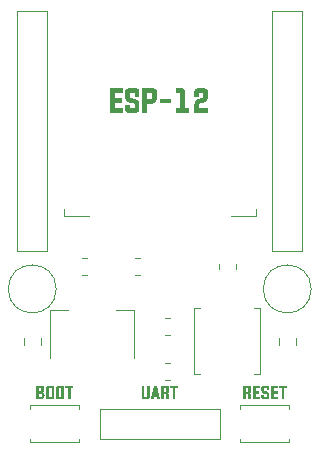
<source format=gbr>
%TF.GenerationSoftware,KiCad,Pcbnew,7.0.7*%
%TF.CreationDate,2023-09-02T13:43:40-04:00*%
%TF.ProjectId,DXBREAKER,44584252-4541-44b4-9552-2e6b69636164,rev?*%
%TF.SameCoordinates,Original*%
%TF.FileFunction,Legend,Top*%
%TF.FilePolarity,Positive*%
%FSLAX46Y46*%
G04 Gerber Fmt 4.6, Leading zero omitted, Abs format (unit mm)*
G04 Created by KiCad (PCBNEW 7.0.7) date 2023-09-02 13:43:40*
%MOMM*%
%LPD*%
G01*
G04 APERTURE LIST*
%ADD10C,0.150000*%
%ADD11C,0.100000*%
%ADD12C,0.120000*%
G04 APERTURE END LIST*
D10*
G36*
X123218865Y-99003640D02*
G01*
X123902830Y-99003640D01*
X123902830Y-99392741D01*
X122808486Y-99392741D01*
X122808486Y-97308274D01*
X123902830Y-97308274D01*
X123902830Y-97697375D01*
X123218865Y-97697375D01*
X123218865Y-98169854D01*
X123788185Y-98169854D01*
X123788185Y-98558954D01*
X123218865Y-98558954D01*
X123218865Y-99003640D01*
G37*
G36*
X124870804Y-97697375D02*
G01*
X124482573Y-97697375D01*
X124482573Y-98033061D01*
X124484279Y-98057507D01*
X124489397Y-98079549D01*
X124497928Y-98099186D01*
X124509870Y-98116419D01*
X124525225Y-98131247D01*
X124543992Y-98143671D01*
X124566171Y-98153690D01*
X124582853Y-98159033D01*
X124601052Y-98163308D01*
X124620766Y-98166514D01*
X124641998Y-98168651D01*
X124664746Y-98169720D01*
X124676689Y-98169854D01*
X124708115Y-98170383D01*
X124738883Y-98171971D01*
X124768993Y-98174617D01*
X124798445Y-98178322D01*
X124827239Y-98183085D01*
X124855375Y-98188907D01*
X124882852Y-98195787D01*
X124909671Y-98203726D01*
X124935832Y-98212724D01*
X124961335Y-98222780D01*
X124986180Y-98233894D01*
X125010366Y-98246067D01*
X125033894Y-98259298D01*
X125056764Y-98273588D01*
X125078976Y-98288937D01*
X125100530Y-98305344D01*
X125122406Y-98323675D01*
X125142871Y-98342731D01*
X125161924Y-98362514D01*
X125179566Y-98383023D01*
X125195797Y-98404258D01*
X125210616Y-98426219D01*
X125224024Y-98448905D01*
X125236020Y-98472318D01*
X125246605Y-98496457D01*
X125255779Y-98521322D01*
X125263542Y-98546913D01*
X125269893Y-98573230D01*
X125274833Y-98600274D01*
X125278361Y-98628043D01*
X125280478Y-98656538D01*
X125281184Y-98685759D01*
X125281184Y-99110903D01*
X125280390Y-99132586D01*
X125278008Y-99153666D01*
X125274039Y-99174143D01*
X125268482Y-99194017D01*
X125261337Y-99213288D01*
X125252604Y-99231956D01*
X125242283Y-99250021D01*
X125230375Y-99267483D01*
X125216879Y-99284341D01*
X125201795Y-99300597D01*
X125190857Y-99311099D01*
X125173786Y-99325689D01*
X125156119Y-99338844D01*
X125137857Y-99350564D01*
X125119000Y-99360849D01*
X125099547Y-99369699D01*
X125079499Y-99377114D01*
X125058855Y-99383093D01*
X125037616Y-99387638D01*
X125015782Y-99390747D01*
X124993352Y-99392422D01*
X124978068Y-99392741D01*
X124374875Y-99392741D01*
X124352052Y-99392023D01*
X124329832Y-99389870D01*
X124308215Y-99386283D01*
X124287201Y-99381260D01*
X124266791Y-99374802D01*
X124246983Y-99366909D01*
X124227778Y-99357580D01*
X124209176Y-99346817D01*
X124191178Y-99334619D01*
X124173782Y-99320985D01*
X124162520Y-99311099D01*
X124146378Y-99295327D01*
X124131823Y-99278952D01*
X124118856Y-99261973D01*
X124107477Y-99244392D01*
X124097686Y-99226208D01*
X124089482Y-99207420D01*
X124082867Y-99188030D01*
X124077839Y-99168036D01*
X124074399Y-99147440D01*
X124072546Y-99126240D01*
X124072193Y-99111772D01*
X124072193Y-98697050D01*
X124482573Y-98697050D01*
X124482573Y-99003640D01*
X124870804Y-99003640D01*
X124870804Y-98687930D01*
X124869098Y-98664881D01*
X124863980Y-98644099D01*
X124855450Y-98625583D01*
X124843507Y-98609335D01*
X124828152Y-98595355D01*
X124809385Y-98583641D01*
X124787206Y-98574194D01*
X124770524Y-98569156D01*
X124752326Y-98565126D01*
X124732611Y-98562103D01*
X124711379Y-98560088D01*
X124688631Y-98559080D01*
X124676689Y-98558954D01*
X124645262Y-98558413D01*
X124614494Y-98556790D01*
X124584384Y-98554084D01*
X124554932Y-98550296D01*
X124526138Y-98545426D01*
X124498003Y-98539473D01*
X124470525Y-98532439D01*
X124443706Y-98524322D01*
X124417545Y-98515122D01*
X124392042Y-98504841D01*
X124367198Y-98493477D01*
X124343011Y-98481031D01*
X124319483Y-98467502D01*
X124296613Y-98452892D01*
X124274401Y-98437199D01*
X124252847Y-98420424D01*
X124230971Y-98401652D01*
X124210506Y-98382141D01*
X124191453Y-98361890D01*
X124173811Y-98340899D01*
X124157580Y-98319169D01*
X124142761Y-98296699D01*
X124129353Y-98273490D01*
X124117357Y-98249541D01*
X124106772Y-98224853D01*
X124097598Y-98199424D01*
X124089835Y-98173257D01*
X124083484Y-98146349D01*
X124078544Y-98118702D01*
X124075016Y-98090316D01*
X124072899Y-98061189D01*
X124072193Y-98031324D01*
X124072193Y-97596191D01*
X124072987Y-97574101D01*
X124075369Y-97552614D01*
X124079338Y-97531730D01*
X124084896Y-97511449D01*
X124092041Y-97491771D01*
X124100773Y-97472696D01*
X124111094Y-97454224D01*
X124123002Y-97436355D01*
X124136498Y-97419089D01*
X124151582Y-97402426D01*
X124162520Y-97391653D01*
X124179514Y-97376752D01*
X124197110Y-97363317D01*
X124215310Y-97351348D01*
X124234113Y-97340844D01*
X124253518Y-97331806D01*
X124273527Y-97324234D01*
X124294139Y-97318127D01*
X124315354Y-97313486D01*
X124337172Y-97310310D01*
X124359593Y-97308600D01*
X124374875Y-97308274D01*
X124978068Y-97308274D01*
X125000894Y-97309011D01*
X125023126Y-97311221D01*
X125044762Y-97314904D01*
X125065802Y-97320061D01*
X125086248Y-97326690D01*
X125106097Y-97334793D01*
X125125352Y-97344370D01*
X125144011Y-97355419D01*
X125162074Y-97367942D01*
X125179542Y-97381938D01*
X125190857Y-97392087D01*
X125206999Y-97408278D01*
X125221554Y-97425095D01*
X125234521Y-97442537D01*
X125245900Y-97460606D01*
X125255691Y-97479300D01*
X125263895Y-97498621D01*
X125270510Y-97518567D01*
X125275538Y-97539140D01*
X125278978Y-97560338D01*
X125280831Y-97582162D01*
X125281184Y-97597060D01*
X125281184Y-98021770D01*
X124870804Y-98021770D01*
X124870804Y-97697375D01*
G37*
G36*
X126470009Y-97308996D02*
G01*
X126492240Y-97311160D01*
X126513876Y-97314767D01*
X126534917Y-97319816D01*
X126555362Y-97326309D01*
X126575212Y-97334244D01*
X126594466Y-97343621D01*
X126613125Y-97354442D01*
X126631189Y-97366705D01*
X126648657Y-97380411D01*
X126659971Y-97390350D01*
X126676114Y-97406285D01*
X126690668Y-97422823D01*
X126703635Y-97439964D01*
X126715014Y-97457709D01*
X126724805Y-97476056D01*
X126733009Y-97495006D01*
X126739625Y-97514559D01*
X126744653Y-97534716D01*
X126748093Y-97555475D01*
X126749945Y-97576838D01*
X126750298Y-97591414D01*
X126750298Y-98125559D01*
X126749591Y-98154731D01*
X126747469Y-98183187D01*
X126743932Y-98210927D01*
X126738980Y-98237952D01*
X126732614Y-98264260D01*
X126724833Y-98289853D01*
X126715637Y-98314730D01*
X126705026Y-98338891D01*
X126693001Y-98362336D01*
X126679561Y-98385065D01*
X126664706Y-98407079D01*
X126648436Y-98428376D01*
X126630752Y-98448958D01*
X126611653Y-98468824D01*
X126591139Y-98487974D01*
X126569210Y-98506408D01*
X126547656Y-98522868D01*
X126525444Y-98538265D01*
X126502574Y-98552601D01*
X126479046Y-98565875D01*
X126454860Y-98578087D01*
X126430015Y-98589237D01*
X126404512Y-98599325D01*
X126378351Y-98608352D01*
X126351532Y-98616316D01*
X126324055Y-98623218D01*
X126295919Y-98629059D01*
X126267125Y-98633837D01*
X126237673Y-98637554D01*
X126207563Y-98640209D01*
X126176795Y-98641802D01*
X126145369Y-98642333D01*
X125951253Y-98642333D01*
X125951253Y-99392741D01*
X125540873Y-99392741D01*
X125540873Y-97697375D01*
X125951253Y-97697375D01*
X125951253Y-98253232D01*
X126145369Y-98253232D01*
X126168927Y-98252722D01*
X126190966Y-98251190D01*
X126211485Y-98248637D01*
X126230484Y-98245063D01*
X126247963Y-98240467D01*
X126271332Y-98231660D01*
X126291281Y-98220554D01*
X126307810Y-98207151D01*
X126320920Y-98191450D01*
X126330609Y-98173451D01*
X126336879Y-98153155D01*
X126339729Y-98130561D01*
X126339919Y-98122519D01*
X126339919Y-97697375D01*
X125951253Y-97697375D01*
X125540873Y-97697375D01*
X125540873Y-97308274D01*
X126447182Y-97308274D01*
X126470009Y-97308996D01*
G37*
G36*
X127920205Y-98586747D02*
G01*
X127000434Y-98586747D01*
X127000434Y-98222400D01*
X127920205Y-98222400D01*
X127920205Y-98586747D01*
G37*
G36*
X129160028Y-99003640D02*
G01*
X129517861Y-99003640D01*
X129517861Y-99392741D01*
X128393118Y-99392741D01*
X128393118Y-99003640D01*
X128750951Y-99003640D01*
X128750951Y-97697375D01*
X128393118Y-97697375D01*
X128393118Y-97308274D01*
X128856912Y-97308274D01*
X128879960Y-97309000D01*
X128902367Y-97311175D01*
X128924133Y-97314801D01*
X128945257Y-97319877D01*
X128965741Y-97326404D01*
X128985583Y-97334381D01*
X129004784Y-97343808D01*
X129023343Y-97354686D01*
X129041262Y-97367014D01*
X129058539Y-97380793D01*
X129069701Y-97390784D01*
X129085843Y-97406723D01*
X129100398Y-97423273D01*
X129113365Y-97440433D01*
X129124744Y-97458204D01*
X129134535Y-97476585D01*
X129142739Y-97495578D01*
X129149354Y-97515181D01*
X129154382Y-97535394D01*
X129157823Y-97556219D01*
X129159675Y-97577654D01*
X129160028Y-97592283D01*
X129160028Y-99003640D01*
G37*
G36*
X130355122Y-99003640D02*
G01*
X131069920Y-99003640D01*
X131069920Y-99392741D01*
X129944742Y-99392741D01*
X129944742Y-98685759D01*
X129945358Y-98656394D01*
X129947206Y-98627792D01*
X129950284Y-98599953D01*
X129954595Y-98572878D01*
X129960137Y-98546566D01*
X129966910Y-98521017D01*
X129974915Y-98496232D01*
X129984152Y-98472210D01*
X129994620Y-98448951D01*
X130006320Y-98426456D01*
X130019251Y-98404724D01*
X130033414Y-98383756D01*
X130048808Y-98363551D01*
X130065434Y-98344109D01*
X130083291Y-98325430D01*
X130102380Y-98307515D01*
X130121980Y-98290845D01*
X130142346Y-98275251D01*
X130163479Y-98260732D01*
X130185379Y-98247288D01*
X130208045Y-98234920D01*
X130231479Y-98223628D01*
X130255679Y-98213411D01*
X130280646Y-98204269D01*
X130306379Y-98196203D01*
X130332879Y-98189212D01*
X130360146Y-98183297D01*
X130388180Y-98178458D01*
X130416981Y-98174693D01*
X130446548Y-98172005D01*
X130476882Y-98170391D01*
X130507983Y-98169854D01*
X130527633Y-98169419D01*
X130545764Y-98168117D01*
X130566289Y-98165267D01*
X130584440Y-98161060D01*
X130603086Y-98154220D01*
X130618313Y-98145426D01*
X130622628Y-98142061D01*
X130635173Y-98129099D01*
X130645122Y-98112687D01*
X130651430Y-98096374D01*
X130655936Y-98077666D01*
X130658639Y-98056561D01*
X130659505Y-98037952D01*
X130659541Y-98033061D01*
X130659541Y-97697375D01*
X130355122Y-97697375D01*
X130355122Y-98021770D01*
X129944742Y-98021770D01*
X129944742Y-97597060D01*
X129945536Y-97574818D01*
X129947918Y-97553203D01*
X129951887Y-97532213D01*
X129957445Y-97511849D01*
X129964590Y-97492111D01*
X129973322Y-97472999D01*
X129983643Y-97454514D01*
X129995551Y-97436654D01*
X130009047Y-97419420D01*
X130024131Y-97402812D01*
X130035069Y-97392087D01*
X130052141Y-97377109D01*
X130069807Y-97363604D01*
X130088069Y-97351572D01*
X130106926Y-97341014D01*
X130126379Y-97331929D01*
X130146427Y-97324317D01*
X130167071Y-97318178D01*
X130188310Y-97313513D01*
X130210145Y-97310321D01*
X130232575Y-97308602D01*
X130247859Y-97308274D01*
X130765501Y-97308274D01*
X130788557Y-97309007D01*
X130810987Y-97311206D01*
X130832791Y-97314870D01*
X130853969Y-97319999D01*
X130874521Y-97326595D01*
X130894447Y-97334656D01*
X130913747Y-97344183D01*
X130932421Y-97355175D01*
X130950469Y-97367633D01*
X130967892Y-97381556D01*
X130979159Y-97391653D01*
X130995379Y-97407914D01*
X131010003Y-97424777D01*
X131023033Y-97442244D01*
X131034466Y-97460314D01*
X131044305Y-97478987D01*
X131052548Y-97498263D01*
X131059195Y-97518142D01*
X131064247Y-97538624D01*
X131067704Y-97559709D01*
X131069565Y-97581397D01*
X131069920Y-97596191D01*
X131069920Y-98031324D01*
X131069309Y-98061334D01*
X131067477Y-98090567D01*
X131064424Y-98119023D01*
X131060149Y-98146702D01*
X131054653Y-98173604D01*
X131047935Y-98199730D01*
X131039996Y-98225078D01*
X131030836Y-98249650D01*
X131020455Y-98273444D01*
X131008852Y-98296462D01*
X130996027Y-98318703D01*
X130981982Y-98340167D01*
X130966714Y-98360853D01*
X130950226Y-98380763D01*
X130932516Y-98399896D01*
X130913585Y-98418253D01*
X130893935Y-98435291D01*
X130873524Y-98451229D01*
X130852354Y-98466069D01*
X130830423Y-98479809D01*
X130807733Y-98492451D01*
X130784283Y-98503993D01*
X130760073Y-98514435D01*
X130735103Y-98523779D01*
X130709372Y-98532023D01*
X130682882Y-98539168D01*
X130655632Y-98545214D01*
X130627622Y-98550160D01*
X130598852Y-98554008D01*
X130569322Y-98556756D01*
X130539032Y-98558404D01*
X130507983Y-98558954D01*
X130488027Y-98559361D01*
X130469632Y-98560583D01*
X130448832Y-98563254D01*
X130430472Y-98567198D01*
X130411657Y-98573610D01*
X130396355Y-98581855D01*
X130392034Y-98585010D01*
X130379490Y-98597229D01*
X130369541Y-98612715D01*
X130362187Y-98631468D01*
X130358042Y-98649591D01*
X130355699Y-98669983D01*
X130355122Y-98687930D01*
X130355122Y-99003640D01*
G37*
G36*
X117060517Y-122483048D02*
G01*
X117073152Y-122484291D01*
X117085447Y-122486363D01*
X117097403Y-122489263D01*
X117109020Y-122492991D01*
X117120298Y-122497549D01*
X117131237Y-122502935D01*
X117141836Y-122509149D01*
X117152097Y-122516193D01*
X117162018Y-122524064D01*
X117168443Y-122529773D01*
X117177522Y-122538923D01*
X117185708Y-122548420D01*
X117193001Y-122558265D01*
X117199401Y-122568458D01*
X117204908Y-122578999D01*
X117209522Y-122589888D01*
X117213243Y-122601124D01*
X117216071Y-122612708D01*
X117218006Y-122624640D01*
X117219048Y-122636920D01*
X117219246Y-122645300D01*
X117219246Y-122891008D01*
X117218951Y-122904289D01*
X117218067Y-122917264D01*
X117216593Y-122929934D01*
X117214529Y-122942299D01*
X117211876Y-122954358D01*
X117208633Y-122966113D01*
X117204800Y-122977561D01*
X117200378Y-122988705D01*
X117195366Y-122999543D01*
X117189765Y-123010076D01*
X117183574Y-123020304D01*
X117176794Y-123030226D01*
X117169423Y-123039843D01*
X117161463Y-123049155D01*
X117152914Y-123058162D01*
X117143775Y-123066863D01*
X117156345Y-123075600D01*
X117168104Y-123084776D01*
X117179052Y-123094392D01*
X117189189Y-123104446D01*
X117198515Y-123114938D01*
X117207030Y-123125870D01*
X117214734Y-123137241D01*
X117221627Y-123149050D01*
X117227710Y-123161299D01*
X117232981Y-123173986D01*
X117237441Y-123187112D01*
X117241090Y-123200677D01*
X117243929Y-123214681D01*
X117245956Y-123229124D01*
X117247173Y-123244006D01*
X117247578Y-123259326D01*
X117247578Y-123366304D01*
X117247180Y-123382650D01*
X117245987Y-123398590D01*
X117243998Y-123414126D01*
X117241213Y-123429258D01*
X117237632Y-123443985D01*
X117233256Y-123458308D01*
X117228084Y-123472226D01*
X117222116Y-123485739D01*
X117215352Y-123498848D01*
X117207793Y-123511553D01*
X117199438Y-123523853D01*
X117190288Y-123535748D01*
X117180342Y-123547239D01*
X117169600Y-123558325D01*
X117158062Y-123569007D01*
X117145729Y-123579284D01*
X117133606Y-123588453D01*
X117121114Y-123597030D01*
X117108251Y-123605016D01*
X117095018Y-123612410D01*
X117081415Y-123619212D01*
X117067441Y-123625423D01*
X117053098Y-123631043D01*
X117038384Y-123636071D01*
X117023300Y-123640507D01*
X117007846Y-123644352D01*
X116992022Y-123647605D01*
X116975827Y-123650267D01*
X116959263Y-123652338D01*
X116942328Y-123653816D01*
X116925023Y-123654704D01*
X116907348Y-123655000D01*
X116567362Y-123655000D01*
X116567362Y-123186053D01*
X116798171Y-123186053D01*
X116798171Y-123436158D01*
X116907348Y-123436158D01*
X116920598Y-123435872D01*
X116932993Y-123435013D01*
X116944534Y-123433582D01*
X116955219Y-123431578D01*
X116965050Y-123429002D01*
X116978194Y-123424065D01*
X116989413Y-123417840D01*
X116998710Y-123410326D01*
X117006083Y-123401525D01*
X117011533Y-123391436D01*
X117015059Y-123380058D01*
X117016662Y-123367393D01*
X117016769Y-123362885D01*
X117016769Y-123258593D01*
X117015893Y-123247462D01*
X117013265Y-123236966D01*
X117008886Y-123227106D01*
X117002755Y-123217881D01*
X116994873Y-123209292D01*
X116991856Y-123206570D01*
X116983944Y-123200659D01*
X116973915Y-123194889D01*
X116963302Y-123190561D01*
X116952105Y-123187676D01*
X116942328Y-123186374D01*
X116934215Y-123186053D01*
X116798171Y-123186053D01*
X116567362Y-123186053D01*
X116567362Y-122701475D01*
X116798171Y-122701475D01*
X116798171Y-122967212D01*
X116904661Y-122967212D01*
X116914974Y-122966675D01*
X116924845Y-122965065D01*
X116934274Y-122962382D01*
X116945008Y-122957745D01*
X116953467Y-122952700D01*
X116961485Y-122946582D01*
X116963035Y-122945230D01*
X116970353Y-122937770D01*
X116976430Y-122929893D01*
X116982086Y-122919890D01*
X116985956Y-122909285D01*
X116988040Y-122898079D01*
X116988436Y-122890275D01*
X116988436Y-122701475D01*
X116798171Y-122701475D01*
X116567362Y-122701475D01*
X116567362Y-122482634D01*
X117047543Y-122482634D01*
X117060517Y-122483048D01*
G37*
G36*
X117912301Y-122483042D02*
G01*
X117924804Y-122484265D01*
X117936973Y-122486305D01*
X117948807Y-122489160D01*
X117960306Y-122492830D01*
X117971470Y-122497317D01*
X117982299Y-122502619D01*
X117992794Y-122508737D01*
X118002953Y-122515671D01*
X118012778Y-122523420D01*
X118019141Y-122529040D01*
X118028220Y-122538048D01*
X118036406Y-122547395D01*
X118043699Y-122557082D01*
X118050099Y-122567108D01*
X118055606Y-122577472D01*
X118060220Y-122588176D01*
X118063941Y-122599219D01*
X118066769Y-122610602D01*
X118068704Y-122622323D01*
X118069745Y-122634384D01*
X118069944Y-122642613D01*
X118069944Y-123495020D01*
X118069497Y-123507307D01*
X118068158Y-123519255D01*
X118065925Y-123530863D01*
X118062800Y-123542133D01*
X118058781Y-123553063D01*
X118053870Y-123563654D01*
X118048065Y-123573905D01*
X118041367Y-123583818D01*
X118033777Y-123593391D01*
X118025293Y-123602626D01*
X118019141Y-123608593D01*
X118009540Y-123616887D01*
X117999604Y-123624364D01*
X117989333Y-123631026D01*
X117978727Y-123636872D01*
X117967786Y-123641902D01*
X117956510Y-123646117D01*
X117944900Y-123649516D01*
X117932954Y-123652099D01*
X117920674Y-123653867D01*
X117908059Y-123654818D01*
X117899462Y-123655000D01*
X117560209Y-123655000D01*
X117547370Y-123654592D01*
X117534867Y-123653368D01*
X117522698Y-123651329D01*
X117510864Y-123648474D01*
X117499365Y-123644803D01*
X117488201Y-123640316D01*
X117477372Y-123635014D01*
X117466878Y-123628896D01*
X117456718Y-123621962D01*
X117446894Y-123614213D01*
X117440530Y-123608593D01*
X117431451Y-123599585D01*
X117423265Y-123590238D01*
X117415972Y-123580551D01*
X117409572Y-123570526D01*
X117404065Y-123560161D01*
X117399451Y-123549457D01*
X117395731Y-123538414D01*
X117392903Y-123527032D01*
X117390968Y-123515310D01*
X117389926Y-123503249D01*
X117389727Y-123495020D01*
X117389727Y-122701475D01*
X117620537Y-122701475D01*
X117620537Y-123436158D01*
X117839134Y-123436158D01*
X117839134Y-122701475D01*
X117620537Y-122701475D01*
X117389727Y-122701475D01*
X117389727Y-122642613D01*
X117390174Y-122630326D01*
X117391514Y-122618378D01*
X117393746Y-122606770D01*
X117396872Y-122595501D01*
X117400890Y-122584571D01*
X117405802Y-122573980D01*
X117411606Y-122563728D01*
X117418304Y-122553815D01*
X117425895Y-122544242D01*
X117434378Y-122535008D01*
X117440530Y-122529040D01*
X117450131Y-122520747D01*
X117460068Y-122513269D01*
X117470339Y-122506607D01*
X117480945Y-122500761D01*
X117491885Y-122495731D01*
X117503161Y-122491516D01*
X117514772Y-122488117D01*
X117526717Y-122485534D01*
X117538998Y-122483767D01*
X117551613Y-122482815D01*
X117560209Y-122482634D01*
X117899462Y-122482634D01*
X117912301Y-122483042D01*
G37*
G36*
X118756404Y-122483042D02*
G01*
X118768908Y-122484265D01*
X118781076Y-122486305D01*
X118792910Y-122489160D01*
X118804409Y-122492830D01*
X118815573Y-122497317D01*
X118826403Y-122502619D01*
X118836897Y-122508737D01*
X118847056Y-122515671D01*
X118856881Y-122523420D01*
X118863245Y-122529040D01*
X118872324Y-122538048D01*
X118880509Y-122547395D01*
X118887802Y-122557082D01*
X118894202Y-122567108D01*
X118899709Y-122577472D01*
X118904323Y-122588176D01*
X118908044Y-122599219D01*
X118910872Y-122610602D01*
X118912807Y-122622323D01*
X118913849Y-122634384D01*
X118914047Y-122642613D01*
X118914047Y-123495020D01*
X118913601Y-123507307D01*
X118912261Y-123519255D01*
X118910029Y-123530863D01*
X118906903Y-123542133D01*
X118902884Y-123553063D01*
X118897973Y-123563654D01*
X118892168Y-123573905D01*
X118885471Y-123583818D01*
X118877880Y-123593391D01*
X118869396Y-123602626D01*
X118863245Y-123608593D01*
X118853643Y-123616887D01*
X118843707Y-123624364D01*
X118833436Y-123631026D01*
X118822830Y-123636872D01*
X118811889Y-123641902D01*
X118800613Y-123646117D01*
X118789003Y-123649516D01*
X118777057Y-123652099D01*
X118764777Y-123653867D01*
X118752162Y-123654818D01*
X118743566Y-123655000D01*
X118404312Y-123655000D01*
X118391474Y-123654592D01*
X118378970Y-123653368D01*
X118366801Y-123651329D01*
X118354968Y-123648474D01*
X118343469Y-123644803D01*
X118332305Y-123640316D01*
X118321475Y-123635014D01*
X118310981Y-123628896D01*
X118300822Y-123621962D01*
X118290997Y-123614213D01*
X118284633Y-123608593D01*
X118275554Y-123599585D01*
X118267368Y-123590238D01*
X118260075Y-123580551D01*
X118253675Y-123570526D01*
X118248169Y-123560161D01*
X118243555Y-123549457D01*
X118239834Y-123538414D01*
X118237006Y-123527032D01*
X118235071Y-123515310D01*
X118234029Y-123503249D01*
X118233831Y-123495020D01*
X118233831Y-122701475D01*
X118464640Y-122701475D01*
X118464640Y-123436158D01*
X118683238Y-123436158D01*
X118683238Y-122701475D01*
X118464640Y-122701475D01*
X118233831Y-122701475D01*
X118233831Y-122642613D01*
X118234277Y-122630326D01*
X118235617Y-122618378D01*
X118237849Y-122606770D01*
X118240975Y-122595501D01*
X118244993Y-122584571D01*
X118249905Y-122573980D01*
X118255710Y-122563728D01*
X118262407Y-122553815D01*
X118269998Y-122544242D01*
X118278481Y-122535008D01*
X118284633Y-122529040D01*
X118294235Y-122520747D01*
X118304171Y-122513269D01*
X118314442Y-122506607D01*
X118325048Y-122500761D01*
X118335989Y-122495731D01*
X118347264Y-122491516D01*
X118358875Y-122488117D01*
X118370820Y-122485534D01*
X118383101Y-122483767D01*
X118395716Y-122482815D01*
X118404312Y-122482634D01*
X118743566Y-122482634D01*
X118756404Y-122483042D01*
G37*
G36*
X119241577Y-122701475D02*
G01*
X119016141Y-122701475D01*
X119016141Y-122482634D01*
X119696357Y-122482634D01*
X119696357Y-122701475D01*
X119471654Y-122701475D01*
X119471654Y-123655000D01*
X119241577Y-123655000D01*
X119241577Y-122701475D01*
G37*
G36*
X134576844Y-122483040D02*
G01*
X134589348Y-122484257D01*
X134601516Y-122486285D01*
X134613350Y-122489125D01*
X134624849Y-122492777D01*
X134636013Y-122497240D01*
X134646843Y-122502514D01*
X134657337Y-122508600D01*
X134667496Y-122515497D01*
X134677321Y-122523206D01*
X134683685Y-122528796D01*
X134692764Y-122537756D01*
X134700950Y-122547051D01*
X134708242Y-122556681D01*
X134714642Y-122566646D01*
X134720149Y-122576945D01*
X134724763Y-122587580D01*
X134728484Y-122598549D01*
X134731312Y-122609854D01*
X134733247Y-122621493D01*
X134734289Y-122633467D01*
X134734487Y-122641636D01*
X134734487Y-122941810D01*
X134734141Y-122955918D01*
X134733102Y-122969666D01*
X134731370Y-122983052D01*
X134728946Y-122996078D01*
X134725829Y-123008743D01*
X134722019Y-123021048D01*
X134717517Y-123032992D01*
X134712322Y-123044576D01*
X134706435Y-123055798D01*
X134699854Y-123066660D01*
X134692581Y-123077162D01*
X134684616Y-123087303D01*
X134675958Y-123097083D01*
X134666607Y-123106503D01*
X134656563Y-123115562D01*
X134645827Y-123124260D01*
X134656563Y-123133088D01*
X134666607Y-123142292D01*
X134675958Y-123151872D01*
X134684616Y-123161827D01*
X134692581Y-123172159D01*
X134699854Y-123182867D01*
X134706435Y-123193950D01*
X134712322Y-123205409D01*
X134717517Y-123217245D01*
X134722019Y-123229456D01*
X134725829Y-123242043D01*
X134728946Y-123255006D01*
X134731370Y-123268345D01*
X134733102Y-123282060D01*
X134734141Y-123296150D01*
X134734487Y-123310617D01*
X134734487Y-123655000D01*
X134503678Y-123655000D01*
X134503678Y-123309884D01*
X134503069Y-123300036D01*
X134500734Y-123288816D01*
X134496647Y-123278249D01*
X134490808Y-123268334D01*
X134484604Y-123260570D01*
X134478765Y-123254685D01*
X134470853Y-123248423D01*
X134462536Y-123243222D01*
X134452020Y-123238382D01*
X134440921Y-123235071D01*
X134431225Y-123233479D01*
X134421124Y-123232948D01*
X134285080Y-123232948D01*
X134285080Y-123655000D01*
X134054271Y-123655000D01*
X134054271Y-122701475D01*
X134285080Y-122701475D01*
X134285080Y-123014106D01*
X134421124Y-123014106D01*
X134431225Y-123013582D01*
X134440921Y-123012007D01*
X134452020Y-123008733D01*
X134462536Y-123003947D01*
X134470853Y-122998805D01*
X134478765Y-122992613D01*
X134485942Y-122985804D01*
X134492949Y-122976989D01*
X134498204Y-122967469D01*
X134501707Y-122957245D01*
X134503459Y-122946317D01*
X134503678Y-122940589D01*
X134503678Y-122701475D01*
X134285080Y-122701475D01*
X134054271Y-122701475D01*
X134054271Y-122482634D01*
X134564006Y-122482634D01*
X134576844Y-122483040D01*
G37*
G36*
X135126253Y-123436158D02*
G01*
X135510935Y-123436158D01*
X135510935Y-123655000D01*
X134895443Y-123655000D01*
X134895443Y-122482634D01*
X135510935Y-122482634D01*
X135510935Y-122701475D01*
X135126253Y-122701475D01*
X135126253Y-122967212D01*
X135446455Y-122967212D01*
X135446455Y-123186053D01*
X135126253Y-123186053D01*
X135126253Y-123436158D01*
G37*
G36*
X136055352Y-122701475D02*
G01*
X135836999Y-122701475D01*
X135836999Y-122890275D01*
X135837959Y-122904025D01*
X135840838Y-122916422D01*
X135845635Y-122927466D01*
X135852352Y-122937158D01*
X135860988Y-122945498D01*
X135871543Y-122952486D01*
X135884018Y-122958121D01*
X135893400Y-122961126D01*
X135903635Y-122963530D01*
X135914724Y-122965333D01*
X135926665Y-122966535D01*
X135939459Y-122967137D01*
X135946176Y-122967212D01*
X135963851Y-122967509D01*
X135981156Y-122968402D01*
X135998091Y-122969891D01*
X136014655Y-122971974D01*
X136030850Y-122974653D01*
X136046674Y-122977928D01*
X136062128Y-122981798D01*
X136077212Y-122986263D01*
X136091926Y-122991323D01*
X136106269Y-122996979D01*
X136120243Y-123003230D01*
X136133846Y-123010076D01*
X136147079Y-123017518D01*
X136159942Y-123025555D01*
X136172434Y-123034188D01*
X136184557Y-123043415D01*
X136196861Y-123053725D01*
X136208371Y-123064443D01*
X136219087Y-123075570D01*
X136229009Y-123087104D01*
X136238138Y-123099047D01*
X136246472Y-123111399D01*
X136254013Y-123124159D01*
X136260761Y-123137327D01*
X136266714Y-123150903D01*
X136271874Y-123164888D01*
X136276240Y-123179281D01*
X136279812Y-123194083D01*
X136282590Y-123209293D01*
X136284574Y-123224911D01*
X136285765Y-123240937D01*
X136286162Y-123257372D01*
X136286162Y-123496486D01*
X136285715Y-123508681D01*
X136284376Y-123520537D01*
X136282143Y-123532054D01*
X136279018Y-123543232D01*
X136274999Y-123554070D01*
X136270088Y-123564570D01*
X136264283Y-123574730D01*
X136257586Y-123584551D01*
X136249995Y-123594033D01*
X136241511Y-123603175D01*
X136235359Y-123609082D01*
X136225758Y-123617288D01*
X136215822Y-123624687D01*
X136205551Y-123631278D01*
X136194945Y-123637063D01*
X136184004Y-123642040D01*
X136172728Y-123646211D01*
X136161118Y-123649574D01*
X136149172Y-123652130D01*
X136136892Y-123653878D01*
X136124277Y-123654820D01*
X136115680Y-123655000D01*
X135776427Y-123655000D01*
X135763591Y-123654596D01*
X135751094Y-123653385D01*
X135738936Y-123651367D01*
X135727117Y-123648542D01*
X135715637Y-123644910D01*
X135704497Y-123640471D01*
X135693695Y-123635224D01*
X135683233Y-123629171D01*
X135673110Y-123622310D01*
X135663326Y-123614642D01*
X135656992Y-123609082D01*
X135647913Y-123600211D01*
X135639727Y-123591001D01*
X135632435Y-123581452D01*
X135626035Y-123571564D01*
X135620528Y-123561336D01*
X135615914Y-123550770D01*
X135612193Y-123539864D01*
X135609365Y-123528619D01*
X135607430Y-123517035D01*
X135606388Y-123505112D01*
X135606190Y-123496974D01*
X135606190Y-123263722D01*
X135836999Y-123263722D01*
X135836999Y-123436158D01*
X136055352Y-123436158D01*
X136055352Y-123258593D01*
X136054393Y-123245630D01*
X136051514Y-123233941D01*
X136046716Y-123223528D01*
X136040000Y-123214389D01*
X136031363Y-123206526D01*
X136020808Y-123199938D01*
X136008334Y-123194625D01*
X135998952Y-123191791D01*
X135988716Y-123189524D01*
X135977628Y-123187824D01*
X135965687Y-123186691D01*
X135952893Y-123186124D01*
X135946176Y-123186053D01*
X135928501Y-123185749D01*
X135911196Y-123184836D01*
X135894261Y-123183314D01*
X135877696Y-123181184D01*
X135861502Y-123178444D01*
X135845678Y-123175097D01*
X135830224Y-123171140D01*
X135815140Y-123166575D01*
X135800426Y-123161401D01*
X135786082Y-123155618D01*
X135772109Y-123149227D01*
X135758506Y-123142227D01*
X135745273Y-123134618D01*
X135732410Y-123126401D01*
X135719917Y-123117575D01*
X135707795Y-123108140D01*
X135695491Y-123097582D01*
X135683981Y-123086608D01*
X135673265Y-123075219D01*
X135663343Y-123063413D01*
X135654214Y-123051191D01*
X135645879Y-123038553D01*
X135638338Y-123025500D01*
X135631591Y-123012030D01*
X135625638Y-122998145D01*
X135620478Y-122983843D01*
X135616112Y-122969126D01*
X135612540Y-122953992D01*
X135609762Y-122938443D01*
X135607777Y-122922477D01*
X135606587Y-122906096D01*
X135606190Y-122889298D01*
X135606190Y-122644567D01*
X135606636Y-122632143D01*
X135607976Y-122620058D01*
X135610208Y-122608312D01*
X135613334Y-122596905D01*
X135617353Y-122585838D01*
X135622264Y-122575109D01*
X135628069Y-122564720D01*
X135634766Y-122554670D01*
X135642357Y-122544959D01*
X135650841Y-122535588D01*
X135656992Y-122529528D01*
X135666550Y-122521148D01*
X135676447Y-122513592D01*
X135686683Y-122506860D01*
X135697258Y-122500952D01*
X135708172Y-122495869D01*
X135719426Y-122491610D01*
X135731019Y-122488175D01*
X135742951Y-122485565D01*
X135755222Y-122483779D01*
X135767832Y-122482817D01*
X135776427Y-122482634D01*
X136115680Y-122482634D01*
X136128519Y-122483048D01*
X136141023Y-122484291D01*
X136153191Y-122486363D01*
X136165025Y-122489263D01*
X136176524Y-122492991D01*
X136187688Y-122497549D01*
X136198517Y-122502935D01*
X136209012Y-122509149D01*
X136219171Y-122516193D01*
X136228996Y-122524064D01*
X136235359Y-122529773D01*
X136244438Y-122538879D01*
X136252624Y-122548337D01*
X136259917Y-122558147D01*
X136266317Y-122568310D01*
X136271824Y-122578824D01*
X136276438Y-122589690D01*
X136280159Y-122600909D01*
X136282987Y-122612479D01*
X136284922Y-122624402D01*
X136285964Y-122636677D01*
X136286162Y-122645055D01*
X136286162Y-122883925D01*
X136055352Y-122883925D01*
X136055352Y-122701475D01*
G37*
G36*
X136663029Y-123436158D02*
G01*
X137047711Y-123436158D01*
X137047711Y-123655000D01*
X136432219Y-123655000D01*
X136432219Y-122482634D01*
X137047711Y-122482634D01*
X137047711Y-122701475D01*
X136663029Y-122701475D01*
X136663029Y-122967212D01*
X136983231Y-122967212D01*
X136983231Y-123186053D01*
X136663029Y-123186053D01*
X136663029Y-123436158D01*
G37*
G36*
X137314669Y-122701475D02*
G01*
X137089232Y-122701475D01*
X137089232Y-122482634D01*
X137769449Y-122482634D01*
X137769449Y-122701475D01*
X137544745Y-122701475D01*
X137544745Y-123655000D01*
X137314669Y-123655000D01*
X137314669Y-122701475D01*
G37*
G36*
X125704536Y-123436158D02*
G01*
X125922889Y-123436158D01*
X125922889Y-122482634D01*
X126153699Y-122482634D01*
X126153699Y-123495020D01*
X126153252Y-123507307D01*
X126151913Y-123519255D01*
X126149680Y-123530863D01*
X126146555Y-123542133D01*
X126142536Y-123553063D01*
X126137625Y-123563654D01*
X126131820Y-123573905D01*
X126125122Y-123583818D01*
X126117532Y-123593391D01*
X126109048Y-123602626D01*
X126102896Y-123608593D01*
X126093295Y-123616887D01*
X126083359Y-123624364D01*
X126073088Y-123631026D01*
X126062482Y-123636872D01*
X126051541Y-123641902D01*
X126040265Y-123646117D01*
X126028655Y-123649516D01*
X126016709Y-123652099D01*
X126004429Y-123653867D01*
X125991814Y-123654818D01*
X125983217Y-123655000D01*
X125643964Y-123655000D01*
X125631128Y-123654592D01*
X125618631Y-123653368D01*
X125606473Y-123651329D01*
X125594654Y-123648474D01*
X125583174Y-123644803D01*
X125572034Y-123640316D01*
X125561232Y-123635014D01*
X125550770Y-123628896D01*
X125540647Y-123621962D01*
X125530863Y-123614213D01*
X125524529Y-123608593D01*
X125515450Y-123599585D01*
X125507264Y-123590238D01*
X125499971Y-123580551D01*
X125493572Y-123570526D01*
X125488065Y-123560161D01*
X125483451Y-123549457D01*
X125479730Y-123538414D01*
X125476902Y-123527032D01*
X125474967Y-123515310D01*
X125473925Y-123503249D01*
X125473727Y-123495020D01*
X125473727Y-122482634D01*
X125704536Y-122482634D01*
X125704536Y-123436158D01*
G37*
G36*
X127021982Y-123655000D02*
G01*
X126787753Y-123655000D01*
X126742324Y-123420526D01*
X126545220Y-123420526D01*
X126498570Y-123655000D01*
X126264829Y-123655000D01*
X126351998Y-123201685D01*
X126586986Y-123201685D01*
X126699826Y-123201685D01*
X126643406Y-122703674D01*
X126586986Y-123201685D01*
X126351998Y-123201685D01*
X126490266Y-122482634D01*
X126797279Y-122482634D01*
X127021982Y-123655000D01*
G37*
G36*
X127635902Y-122483040D02*
G01*
X127648406Y-122484257D01*
X127660575Y-122486285D01*
X127672409Y-122489125D01*
X127683908Y-122492777D01*
X127695072Y-122497240D01*
X127705901Y-122502514D01*
X127716395Y-122508600D01*
X127726555Y-122515497D01*
X127736379Y-122523206D01*
X127742743Y-122528796D01*
X127751822Y-122537756D01*
X127760008Y-122547051D01*
X127767301Y-122556681D01*
X127773701Y-122566646D01*
X127779208Y-122576945D01*
X127783821Y-122587580D01*
X127787542Y-122598549D01*
X127790370Y-122609854D01*
X127792305Y-122621493D01*
X127793347Y-122633467D01*
X127793545Y-122641636D01*
X127793545Y-122941810D01*
X127793199Y-122955918D01*
X127792160Y-122969666D01*
X127790428Y-122983052D01*
X127788004Y-122996078D01*
X127784887Y-123008743D01*
X127781078Y-123021048D01*
X127776575Y-123032992D01*
X127771380Y-123044576D01*
X127765493Y-123055798D01*
X127758912Y-123066660D01*
X127751640Y-123077162D01*
X127743674Y-123087303D01*
X127735016Y-123097083D01*
X127725665Y-123106503D01*
X127715621Y-123115562D01*
X127704885Y-123124260D01*
X127715621Y-123133088D01*
X127725665Y-123142292D01*
X127735016Y-123151872D01*
X127743674Y-123161827D01*
X127751640Y-123172159D01*
X127758912Y-123182867D01*
X127765493Y-123193950D01*
X127771380Y-123205409D01*
X127776575Y-123217245D01*
X127781078Y-123229456D01*
X127784887Y-123242043D01*
X127788004Y-123255006D01*
X127790428Y-123268345D01*
X127792160Y-123282060D01*
X127793199Y-123296150D01*
X127793545Y-123310617D01*
X127793545Y-123655000D01*
X127562736Y-123655000D01*
X127562736Y-123309884D01*
X127562128Y-123300036D01*
X127559792Y-123288816D01*
X127555705Y-123278249D01*
X127549866Y-123268334D01*
X127543662Y-123260570D01*
X127537823Y-123254685D01*
X127529911Y-123248423D01*
X127521594Y-123243222D01*
X127511079Y-123238382D01*
X127499979Y-123235071D01*
X127490283Y-123233479D01*
X127480182Y-123232948D01*
X127344139Y-123232948D01*
X127344139Y-123655000D01*
X127113329Y-123655000D01*
X127113329Y-122701475D01*
X127344139Y-122701475D01*
X127344139Y-123014106D01*
X127480182Y-123014106D01*
X127490283Y-123013582D01*
X127499979Y-123012007D01*
X127511079Y-123008733D01*
X127521594Y-123003947D01*
X127529911Y-122998805D01*
X127537823Y-122992613D01*
X127545000Y-122985804D01*
X127552007Y-122976989D01*
X127557262Y-122967469D01*
X127560765Y-122957245D01*
X127562517Y-122946317D01*
X127562736Y-122940589D01*
X127562736Y-122701475D01*
X127344139Y-122701475D01*
X127113329Y-122701475D01*
X127113329Y-122482634D01*
X127623064Y-122482634D01*
X127635902Y-122483040D01*
G37*
G36*
X128107153Y-122701475D02*
G01*
X127881717Y-122701475D01*
X127881717Y-122482634D01*
X128561933Y-122482634D01*
X128561933Y-122701475D01*
X128337230Y-122701475D01*
X128337230Y-123655000D01*
X128107153Y-123655000D01*
X128107153Y-122701475D01*
G37*
D11*
%TO.C,Jr1*%
X121930000Y-126975000D02*
X132090000Y-126975000D01*
X132090000Y-126975000D02*
X132090000Y-124435000D01*
X132090000Y-124435000D02*
X121930000Y-124435000D01*
X121930000Y-124435000D02*
X121930000Y-126975000D01*
%TO.C,DX*%
X139827000Y-114300000D02*
G75*
G03*
X139827000Y-114300000I-2032000J0D01*
G01*
D12*
%TO.C,R1*%
X127407936Y-116740000D02*
X127862064Y-116740000D01*
X127407936Y-118210000D02*
X127862064Y-118210000D01*
%TO.C,SW2*%
X120180000Y-127300000D02*
X116040000Y-127300000D01*
X120180000Y-127000000D02*
X120180000Y-127300000D01*
X120180000Y-124160000D02*
X120180000Y-124460000D01*
X116040000Y-127300000D02*
X116040000Y-127000000D01*
X116040000Y-124460000D02*
X116040000Y-124160000D01*
X116040000Y-124160000D02*
X120180000Y-124160000D01*
%TO.C,R3*%
X127407936Y-120550000D02*
X127862064Y-120550000D01*
X127407936Y-122020000D02*
X127862064Y-122020000D01*
D11*
%TO.C,D1*%
X129921000Y-121539000D02*
X130429000Y-121539000D01*
X135001000Y-121539000D02*
X135509000Y-121539000D01*
X135509000Y-121539000D02*
X135509000Y-115951000D01*
X129921000Y-115951000D02*
X129921000Y-121539000D01*
X130429000Y-115951000D02*
X129921000Y-115951000D01*
X135509000Y-115951000D02*
X135001000Y-115951000D01*
%TO.C,hole2*%
X118237000Y-114300000D02*
G75*
G03*
X118237000Y-114300000I-2032000J0D01*
G01*
%TO.C,J1*%
X117475000Y-111125000D02*
X114935000Y-111125000D01*
X114935000Y-111125000D02*
X114935000Y-90805000D01*
X114935000Y-90805000D02*
X117475000Y-90805000D01*
X117475000Y-90805000D02*
X117475000Y-111125000D01*
D12*
%TO.C,SW1*%
X137960000Y-127300000D02*
X133820000Y-127300000D01*
X137960000Y-127000000D02*
X137960000Y-127300000D01*
X137960000Y-124160000D02*
X137960000Y-124460000D01*
X133820000Y-127300000D02*
X133820000Y-127000000D01*
X133820000Y-124460000D02*
X133820000Y-124160000D01*
X133820000Y-124160000D02*
X137960000Y-124160000D01*
%TO.C,C1*%
X115470000Y-119006252D02*
X115470000Y-118483748D01*
X116940000Y-119006252D02*
X116940000Y-118483748D01*
%TO.C,R5*%
X124867936Y-111660000D02*
X125322064Y-111660000D01*
X124867936Y-113130000D02*
X125322064Y-113130000D01*
%TO.C,R4*%
X120877064Y-113130000D02*
X120422936Y-113130000D01*
X120877064Y-111660000D02*
X120422936Y-111660000D01*
%TO.C,U1*%
X118880000Y-108120000D02*
X118880000Y-107500000D01*
X121000000Y-108120000D02*
X118880000Y-108120000D01*
X135120000Y-107500000D02*
X135120000Y-108120000D01*
X135120000Y-108120000D02*
X133000000Y-108120000D01*
D11*
%TO.C,J2*%
X136525000Y-90805000D02*
X139065000Y-90805000D01*
X139065000Y-90805000D02*
X139065000Y-111125000D01*
X139065000Y-111125000D02*
X136525000Y-111125000D01*
X136525000Y-111125000D02*
X136525000Y-90805000D01*
D12*
%TO.C,R2*%
X133450000Y-112167936D02*
X133450000Y-112622064D01*
X131980000Y-112167936D02*
X131980000Y-112622064D01*
%TO.C,C2*%
X137060000Y-119006252D02*
X137060000Y-118483748D01*
X138530000Y-119006252D02*
X138530000Y-118483748D01*
D11*
%TO.C,Ue*%
X117729000Y-120142000D02*
X117729000Y-116078000D01*
X124841000Y-118618000D02*
X124841000Y-120142000D01*
X117729000Y-116078000D02*
X119253000Y-116078000D01*
X123317000Y-116078000D02*
X124841000Y-116078000D01*
X124841000Y-116078000D02*
X124841000Y-118618000D01*
%TD*%
M02*

</source>
